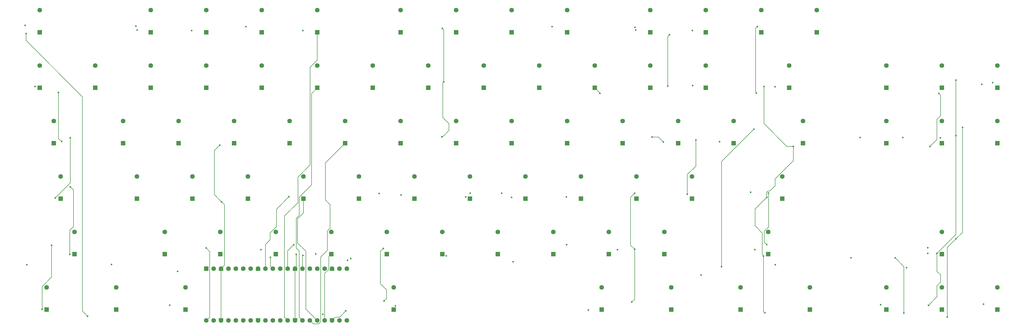
<source format=gbr>
%TF.GenerationSoftware,KiCad,Pcbnew,9.0.3*%
%TF.CreationDate,2025-08-10T19:31:49+02:00*%
%TF.ProjectId,Lucenox,4c756365-6e6f-4782-9e6b-696361645f70,rev?*%
%TF.SameCoordinates,Original*%
%TF.FileFunction,Copper,L2,Inr*%
%TF.FilePolarity,Positive*%
%FSLAX46Y46*%
G04 Gerber Fmt 4.6, Leading zero omitted, Abs format (unit mm)*
G04 Created by KiCad (PCBNEW 9.0.3) date 2025-08-10 19:31:49*
%MOMM*%
%LPD*%
G01*
G04 APERTURE LIST*
G04 Aperture macros list*
%AMRoundRect*
0 Rectangle with rounded corners*
0 $1 Rounding radius*
0 $2 $3 $4 $5 $6 $7 $8 $9 X,Y pos of 4 corners*
0 Add a 4 corners polygon primitive as box body*
4,1,4,$2,$3,$4,$5,$6,$7,$8,$9,$2,$3,0*
0 Add four circle primitives for the rounded corners*
1,1,$1+$1,$2,$3*
1,1,$1+$1,$4,$5*
1,1,$1+$1,$6,$7*
1,1,$1+$1,$8,$9*
0 Add four rect primitives between the rounded corners*
20,1,$1+$1,$2,$3,$4,$5,0*
20,1,$1+$1,$4,$5,$6,$7,0*
20,1,$1+$1,$6,$7,$8,$9,0*
20,1,$1+$1,$8,$9,$2,$3,0*%
%AMFreePoly0*
4,1,37,0.603843,0.796157,0.639018,0.796157,0.711114,0.766294,0.766294,0.711114,0.796157,0.639018,0.796157,0.603843,0.800000,0.600000,0.800000,-0.600000,0.796157,-0.603843,0.796157,-0.639018,0.766294,-0.711114,0.711114,-0.766294,0.639018,-0.796157,0.603843,-0.796157,0.600000,-0.800000,0.000000,-0.800000,0.000000,-0.796148,-0.078414,-0.796148,-0.232228,-0.765552,-0.377117,-0.705537,
-0.507515,-0.618408,-0.618408,-0.507515,-0.705537,-0.377117,-0.765552,-0.232228,-0.796148,-0.078414,-0.796148,0.078414,-0.765552,0.232228,-0.705537,0.377117,-0.618408,0.507515,-0.507515,0.618408,-0.377117,0.705537,-0.232228,0.765552,-0.078414,0.796148,0.000000,0.796148,0.000000,0.800000,0.600000,0.800000,0.603843,0.796157,0.603843,0.796157,$1*%
%AMFreePoly1*
4,1,37,0.000000,0.796148,0.078414,0.796148,0.232228,0.765552,0.377117,0.705537,0.507515,0.618408,0.618408,0.507515,0.705537,0.377117,0.765552,0.232228,0.796148,0.078414,0.796148,-0.078414,0.765552,-0.232228,0.705537,-0.377117,0.618408,-0.507515,0.507515,-0.618408,0.377117,-0.705537,0.232228,-0.765552,0.078414,-0.796148,0.000000,-0.796148,0.000000,-0.800000,-0.600000,-0.800000,
-0.603843,-0.796157,-0.639018,-0.796157,-0.711114,-0.766294,-0.766294,-0.711114,-0.796157,-0.639018,-0.796157,-0.603843,-0.800000,-0.600000,-0.800000,0.600000,-0.796157,0.603843,-0.796157,0.639018,-0.766294,0.711114,-0.711114,0.766294,-0.639018,0.796157,-0.603843,0.796157,-0.600000,0.800000,0.000000,0.800000,0.000000,0.796148,0.000000,0.796148,$1*%
G04 Aperture macros list end*
%TA.AperFunction,ComponentPad*%
%ADD10RoundRect,0.250000X0.550000X-0.550000X0.550000X0.550000X-0.550000X0.550000X-0.550000X-0.550000X0*%
%TD*%
%TA.AperFunction,ComponentPad*%
%ADD11C,1.600000*%
%TD*%
%TA.AperFunction,ComponentPad*%
%ADD12RoundRect,0.200000X-0.600000X0.600000X-0.600000X-0.600000X0.600000X-0.600000X0.600000X0.600000X0*%
%TD*%
%TA.AperFunction,ComponentPad*%
%ADD13FreePoly0,270.000000*%
%TD*%
%TA.AperFunction,ComponentPad*%
%ADD14FreePoly1,270.000000*%
%TD*%
%TA.AperFunction,ViaPad*%
%ADD15C,0.600000*%
%TD*%
%TA.AperFunction,Conductor*%
%ADD16C,0.200000*%
%TD*%
G04 APERTURE END LIST*
D10*
%TO.N,ROW0*%
%TO.C,D78*%
X254148800Y-148650000D03*
D11*
%TO.N,Net-(D78-A)*%
X254148800Y-141030000D03*
%TD*%
D10*
%TO.N,ROW3*%
%TO.C,D36*%
X166042500Y-91500000D03*
D11*
%TO.N,Net-(D36-A)*%
X166042500Y-83880000D03*
%TD*%
D10*
%TO.N,ROW4*%
%TO.C,D22*%
X213667500Y-72450000D03*
D11*
%TO.N,Net-(D22-A)*%
X213667500Y-64830000D03*
%TD*%
D10*
%TO.N,ROW3*%
%TO.C,D40*%
X242242500Y-91500000D03*
D11*
%TO.N,Net-(D40-A)*%
X242242500Y-83880000D03*
%TD*%
D10*
%TO.N,ROW2*%
%TO.C,D52*%
X151755000Y-110550000D03*
D11*
%TO.N,Net-(D52-A)*%
X151755000Y-102930000D03*
%TD*%
D10*
%TO.N,ROW4*%
%TO.C,D26*%
X289867500Y-72450000D03*
D11*
%TO.N,Net-(D26-A)*%
X289867500Y-64830000D03*
%TD*%
D10*
%TO.N,ROW2*%
%TO.C,D49*%
X94605000Y-110550000D03*
D11*
%TO.N,Net-(D49-A)*%
X94605000Y-102930000D03*
%TD*%
D10*
%TO.N,ROW4*%
%TO.C,D19*%
X156517500Y-72450000D03*
D11*
%TO.N,Net-(D19-A)*%
X156517500Y-64830000D03*
%TD*%
D10*
%TO.N,ROW0*%
%TO.C,D83*%
X370830000Y-148650000D03*
D11*
%TO.N,Net-(D83-A)*%
X370830000Y-141030000D03*
%TD*%
D10*
%TO.N,ROW5*%
%TO.C,D5*%
X156517500Y-53400000D03*
D11*
%TO.N,Net-(D5-A)*%
X156517500Y-45780000D03*
%TD*%
D10*
%TO.N,ROW1*%
%TO.C,D72*%
X311298800Y-129600000D03*
D11*
%TO.N,Net-(D72-A)*%
X311298800Y-121980000D03*
%TD*%
D10*
%TO.N,ROW3*%
%TO.C,D44*%
X323205000Y-91500000D03*
D11*
%TO.N,Net-(D44-A)*%
X323205000Y-83880000D03*
%TD*%
D10*
%TO.N,ROW3*%
%TO.C,D39*%
X223192500Y-91500000D03*
D11*
%TO.N,Net-(D39-A)*%
X223192500Y-83880000D03*
%TD*%
D10*
%TO.N,ROW5*%
%TO.C,D6*%
X185092500Y-53400000D03*
D11*
%TO.N,Net-(D6-A)*%
X185092500Y-45780000D03*
%TD*%
D10*
%TO.N,ROW0*%
%TO.C,D76*%
X111273800Y-148650000D03*
D11*
%TO.N,Net-(D76-A)*%
X111273800Y-141030000D03*
%TD*%
D10*
%TO.N,ROW0*%
%TO.C,D82*%
X351780000Y-148650000D03*
D11*
%TO.N,Net-(D82-A)*%
X351780000Y-141030000D03*
%TD*%
D10*
%TO.N,ROW3*%
%TO.C,D38*%
X204142500Y-91500000D03*
D11*
%TO.N,Net-(D38-A)*%
X204142500Y-83880000D03*
%TD*%
D10*
%TO.N,ROW0*%
%TO.C,D74*%
X63648800Y-148650000D03*
D11*
%TO.N,Net-(D74-A)*%
X63648800Y-141030000D03*
%TD*%
D10*
%TO.N,ROW5*%
%TO.C,D4*%
X137467500Y-53400000D03*
D11*
%TO.N,Net-(D4-A)*%
X137467500Y-45780000D03*
%TD*%
D10*
%TO.N,ROW1*%
%TO.C,D68*%
X218430000Y-129600000D03*
D11*
%TO.N,Net-(D68-A)*%
X218430000Y-121980000D03*
%TD*%
D10*
%TO.N,ROW5*%
%TO.C,D12*%
X308917500Y-53400000D03*
D11*
%TO.N,Net-(D12-A)*%
X308917500Y-45780000D03*
%TD*%
D10*
%TO.N,ROW2*%
%TO.C,D48*%
X68411300Y-110550000D03*
D11*
%TO.N,Net-(D48-A)*%
X68411300Y-102930000D03*
%TD*%
D10*
%TO.N,ROW0*%
%TO.C,D80*%
X301773800Y-148650000D03*
D11*
%TO.N,Net-(D80-A)*%
X301773800Y-141030000D03*
%TD*%
D10*
%TO.N,ROW4*%
%TO.C,D28*%
X351780000Y-72450000D03*
D11*
%TO.N,Net-(D28-A)*%
X351780000Y-64830000D03*
%TD*%
D12*
%TO.N,COL0*%
%TO.C,A1*%
X118432500Y-134610000D03*
D11*
%TO.N,COL1*%
X120972500Y-134610000D03*
D13*
%TO.N,GND*%
X123512500Y-134610000D03*
D11*
%TO.N,COL2*%
X126052500Y-134610000D03*
%TO.N,COL3*%
X128592500Y-134610000D03*
%TO.N,COL4*%
X131132500Y-134610000D03*
%TO.N,COL5*%
X133672500Y-134610000D03*
D13*
%TO.N,GND*%
X136212500Y-134610000D03*
D11*
%TO.N,COL6*%
X138752500Y-134610000D03*
%TO.N,COL7*%
X141292500Y-134610000D03*
%TO.N,COL8*%
X143832500Y-134610000D03*
%TO.N,COL9*%
X146372500Y-134610000D03*
D13*
%TO.N,GND*%
X148912500Y-134610000D03*
D11*
%TO.N,COL10*%
X151452500Y-134610000D03*
%TO.N,COL11*%
X153992500Y-134610000D03*
%TO.N,COL12*%
X156532500Y-134610000D03*
%TO.N,COL13*%
X159072500Y-134610000D03*
D13*
%TO.N,GND*%
X161612500Y-134610000D03*
D11*
%TO.N,COL14*%
X164152500Y-134610000D03*
%TO.N,COL15*%
X166692500Y-134610000D03*
%TO.N,COL16*%
X166692500Y-152390000D03*
%TO.N,ROW0*%
X164152500Y-152390000D03*
D14*
%TO.N,GND*%
X161612500Y-152390000D03*
D11*
%TO.N,ROW1*%
X159072500Y-152390000D03*
%TO.N,ROW2*%
X156532500Y-152390000D03*
%TO.N,ROW3*%
X153992500Y-152390000D03*
%TO.N,ROW4*%
X151452500Y-152390000D03*
D14*
%TO.N,GND*%
X148912500Y-152390000D03*
D11*
%TO.N,ROW5*%
X146372500Y-152390000D03*
%TO.N,unconnected-(A1-RUN-Pad30)*%
X143832500Y-152390000D03*
%TO.N,RGB*%
X141292500Y-152390000D03*
%TO.N,unconnected-(A1-GPIO27_ADC1-Pad32)*%
X138752500Y-152390000D03*
D14*
%TO.N,unconnected-(A1-AGND-Pad33)*%
X136212500Y-152390000D03*
D11*
%TO.N,unconnected-(A1-GPIO28_ADC2-Pad34)*%
X133672500Y-152390000D03*
%TO.N,unconnected-(A1-ADC_VREF-Pad35)*%
X131132500Y-152390000D03*
%TO.N,unconnected-(A1-3V3-Pad36)*%
X128592500Y-152390000D03*
%TO.N,unconnected-(A1-3V3_EN-Pad37)*%
X126052500Y-152390000D03*
D14*
%TO.N,GND*%
X123512500Y-152390000D03*
D11*
%TO.N,unconnected-(A1-VSYS-Pad39)*%
X120972500Y-152390000D03*
%TO.N,5V*%
X118432500Y-152390000D03*
%TD*%
D10*
%TO.N,ROW2*%
%TO.C,D59*%
X285105000Y-110550000D03*
D11*
%TO.N,Net-(D59-A)*%
X285105000Y-102930000D03*
%TD*%
D10*
%TO.N,ROW0*%
%TO.C,D81*%
X325586300Y-148650000D03*
D11*
%TO.N,Net-(D81-A)*%
X325586300Y-141030000D03*
%TD*%
D10*
%TO.N,ROW3*%
%TO.C,D45*%
X351780000Y-91500000D03*
D11*
%TO.N,Net-(D45-A)*%
X351780000Y-83880000D03*
%TD*%
D10*
%TO.N,ROW1*%
%TO.C,D66*%
X180330000Y-129600000D03*
D11*
%TO.N,Net-(D66-A)*%
X180330000Y-121980000D03*
%TD*%
D10*
%TO.N,ROW2*%
%TO.C,D58*%
X266055000Y-110550000D03*
D11*
%TO.N,Net-(D58-A)*%
X266055000Y-102930000D03*
%TD*%
D10*
%TO.N,ROW5*%
%TO.C,D2*%
X99367500Y-53400000D03*
D11*
%TO.N,Net-(D2-A)*%
X99367500Y-45780000D03*
%TD*%
D10*
%TO.N,ROW1*%
%TO.C,D62*%
X104130000Y-129600000D03*
D11*
%TO.N,Net-(D62-A)*%
X104130000Y-121980000D03*
%TD*%
D10*
%TO.N,ROW0*%
%TO.C,D84*%
X389880000Y-148650000D03*
D11*
%TO.N,Net-(D84-A)*%
X389880000Y-141030000D03*
%TD*%
D10*
%TO.N,ROW4*%
%TO.C,D23*%
X232717500Y-72450000D03*
D11*
%TO.N,Net-(D23-A)*%
X232717500Y-64830000D03*
%TD*%
D10*
%TO.N,ROW5*%
%TO.C,D10*%
X270817500Y-53400000D03*
D11*
%TO.N,Net-(D10-A)*%
X270817500Y-45780000D03*
%TD*%
D10*
%TO.N,ROW4*%
%TO.C,D24*%
X251767500Y-72450000D03*
D11*
%TO.N,Net-(D24-A)*%
X251767500Y-64830000D03*
%TD*%
D10*
%TO.N,ROW3*%
%TO.C,D35*%
X146992500Y-91500000D03*
D11*
%TO.N,Net-(D35-A)*%
X146992500Y-83880000D03*
%TD*%
D10*
%TO.N,ROW2*%
%TO.C,D56*%
X227955000Y-110550000D03*
D11*
%TO.N,Net-(D56-A)*%
X227955000Y-102930000D03*
%TD*%
D10*
%TO.N,ROW3*%
%TO.C,D31*%
X66030000Y-91500000D03*
D11*
%TO.N,Net-(D31-A)*%
X66030000Y-83880000D03*
%TD*%
D10*
%TO.N,ROW4*%
%TO.C,D18*%
X137467500Y-72450000D03*
D11*
%TO.N,Net-(D18-A)*%
X137467500Y-64830000D03*
%TD*%
D10*
%TO.N,ROW5*%
%TO.C,D8*%
X223192500Y-53400000D03*
D11*
%TO.N,Net-(D8-A)*%
X223192500Y-45780000D03*
%TD*%
D10*
%TO.N,ROW1*%
%TO.C,D65*%
X161280000Y-129600000D03*
D11*
%TO.N,Net-(D65-A)*%
X161280000Y-121980000D03*
%TD*%
D10*
%TO.N,ROW1*%
%TO.C,D64*%
X142230000Y-129600000D03*
D11*
%TO.N,Net-(D64-A)*%
X142230000Y-121980000D03*
%TD*%
D10*
%TO.N,ROW5*%
%TO.C,D1*%
X61267500Y-53400000D03*
D11*
%TO.N,Net-(D1-A)*%
X61267500Y-45780000D03*
%TD*%
D10*
%TO.N,ROW1*%
%TO.C,D73*%
X370830000Y-129600000D03*
D11*
%TO.N,Net-(D73-A)*%
X370830000Y-121980000D03*
%TD*%
D10*
%TO.N,ROW3*%
%TO.C,D46*%
X370830000Y-91500000D03*
D11*
%TO.N,Net-(D46-A)*%
X370830000Y-83880000D03*
%TD*%
D10*
%TO.N,ROW4*%
%TO.C,D30*%
X389880000Y-72450000D03*
D11*
%TO.N,Net-(D30-A)*%
X389880000Y-64830000D03*
%TD*%
D10*
%TO.N,ROW1*%
%TO.C,D67*%
X199380000Y-129600000D03*
D11*
%TO.N,Net-(D67-A)*%
X199380000Y-121980000D03*
%TD*%
D10*
%TO.N,ROW4*%
%TO.C,D20*%
X175567500Y-72450000D03*
D11*
%TO.N,Net-(D20-A)*%
X175567500Y-64830000D03*
%TD*%
D10*
%TO.N,ROW0*%
%TO.C,D77*%
X182711300Y-148650000D03*
D11*
%TO.N,Net-(D77-A)*%
X182711300Y-141030000D03*
%TD*%
D10*
%TO.N,ROW1*%
%TO.C,D63*%
X123180000Y-129600000D03*
D11*
%TO.N,Net-(D63-A)*%
X123180000Y-121980000D03*
%TD*%
D10*
%TO.N,ROW4*%
%TO.C,D16*%
X99367500Y-72450000D03*
D11*
%TO.N,Net-(D16-A)*%
X99367500Y-64830000D03*
%TD*%
D10*
%TO.N,ROW1*%
%TO.C,D69*%
X237480000Y-129600000D03*
D11*
%TO.N,Net-(D69-A)*%
X237480000Y-121980000D03*
%TD*%
D10*
%TO.N,ROW4*%
%TO.C,D21*%
X194617500Y-72450000D03*
D11*
%TO.N,Net-(D21-A)*%
X194617500Y-64830000D03*
%TD*%
D10*
%TO.N,ROW5*%
%TO.C,D3*%
X118417500Y-53400000D03*
D11*
%TO.N,Net-(D3-A)*%
X118417500Y-45780000D03*
%TD*%
D10*
%TO.N,ROW2*%
%TO.C,D60*%
X316061300Y-110550000D03*
D11*
%TO.N,Net-(D60-A)*%
X316061300Y-102930000D03*
%TD*%
D10*
%TO.N,ROW1*%
%TO.C,D70*%
X256530000Y-129600000D03*
D11*
%TO.N,Net-(D70-A)*%
X256530000Y-121980000D03*
%TD*%
D10*
%TO.N,ROW0*%
%TO.C,D79*%
X277961300Y-148650000D03*
D11*
%TO.N,Net-(D79-A)*%
X277961300Y-141030000D03*
%TD*%
D10*
%TO.N,ROW1*%
%TO.C,D61*%
X73173800Y-129600000D03*
D11*
%TO.N,Net-(D61-A)*%
X73173800Y-121980000D03*
%TD*%
D10*
%TO.N,ROW4*%
%TO.C,D27*%
X318442500Y-72450000D03*
D11*
%TO.N,Net-(D27-A)*%
X318442500Y-64830000D03*
%TD*%
D10*
%TO.N,ROW2*%
%TO.C,D55*%
X208905000Y-110550000D03*
D11*
%TO.N,Net-(D55-A)*%
X208905000Y-102930000D03*
%TD*%
D10*
%TO.N,ROW4*%
%TO.C,D15*%
X80317500Y-72450000D03*
D11*
%TO.N,Net-(D15-A)*%
X80317500Y-64830000D03*
%TD*%
D10*
%TO.N,ROW0*%
%TO.C,D75*%
X87461300Y-148650000D03*
D11*
%TO.N,Net-(D75-A)*%
X87461300Y-141030000D03*
%TD*%
D10*
%TO.N,ROW5*%
%TO.C,D11*%
X289867500Y-53400000D03*
D11*
%TO.N,Net-(D11-A)*%
X289867500Y-45780000D03*
%TD*%
D10*
%TO.N,ROW1*%
%TO.C,D71*%
X275580000Y-129600000D03*
D11*
%TO.N,Net-(D71-A)*%
X275580000Y-121980000D03*
%TD*%
D10*
%TO.N,ROW3*%
%TO.C,D34*%
X127942500Y-91500000D03*
D11*
%TO.N,Net-(D34-A)*%
X127942500Y-83880000D03*
%TD*%
D10*
%TO.N,ROW3*%
%TO.C,D47*%
X389880000Y-91500000D03*
D11*
%TO.N,Net-(D47-A)*%
X389880000Y-83880000D03*
%TD*%
D10*
%TO.N,ROW3*%
%TO.C,D41*%
X261292500Y-91500000D03*
D11*
%TO.N,Net-(D41-A)*%
X261292500Y-83880000D03*
%TD*%
D10*
%TO.N,ROW4*%
%TO.C,D17*%
X118417500Y-72450000D03*
D11*
%TO.N,Net-(D17-A)*%
X118417500Y-64830000D03*
%TD*%
D10*
%TO.N,ROW3*%
%TO.C,D37*%
X185092500Y-91500000D03*
D11*
%TO.N,Net-(D37-A)*%
X185092500Y-83880000D03*
%TD*%
D10*
%TO.N,ROW3*%
%TO.C,D43*%
X299392500Y-91500000D03*
D11*
%TO.N,Net-(D43-A)*%
X299392500Y-83880000D03*
%TD*%
D10*
%TO.N,ROW5*%
%TO.C,D13*%
X327967500Y-53400000D03*
D11*
%TO.N,Net-(D13-A)*%
X327967500Y-45780000D03*
%TD*%
D10*
%TO.N,ROW4*%
%TO.C,D29*%
X370830000Y-72450000D03*
D11*
%TO.N,Net-(D29-A)*%
X370830000Y-64830000D03*
%TD*%
D10*
%TO.N,ROW4*%
%TO.C,D14*%
X61267500Y-72450000D03*
D11*
%TO.N,Net-(D14-A)*%
X61267500Y-64830000D03*
%TD*%
D10*
%TO.N,ROW3*%
%TO.C,D42*%
X280342500Y-91500000D03*
D11*
%TO.N,Net-(D42-A)*%
X280342500Y-83880000D03*
%TD*%
D10*
%TO.N,ROW3*%
%TO.C,D32*%
X89842500Y-91500000D03*
D11*
%TO.N,Net-(D32-A)*%
X89842500Y-83880000D03*
%TD*%
D10*
%TO.N,ROW4*%
%TO.C,D25*%
X270817500Y-72450000D03*
D11*
%TO.N,Net-(D25-A)*%
X270817500Y-64830000D03*
%TD*%
D10*
%TO.N,ROW2*%
%TO.C,D53*%
X170805000Y-110550000D03*
D11*
%TO.N,Net-(D53-A)*%
X170805000Y-102930000D03*
%TD*%
D10*
%TO.N,ROW5*%
%TO.C,D7*%
X204142500Y-53400000D03*
D11*
%TO.N,Net-(D7-A)*%
X204142500Y-45780000D03*
%TD*%
D10*
%TO.N,ROW3*%
%TO.C,D33*%
X108892500Y-91500000D03*
D11*
%TO.N,Net-(D33-A)*%
X108892500Y-83880000D03*
%TD*%
D10*
%TO.N,ROW2*%
%TO.C,D50*%
X113655000Y-110550000D03*
D11*
%TO.N,Net-(D50-A)*%
X113655000Y-102930000D03*
%TD*%
D10*
%TO.N,ROW5*%
%TO.C,D9*%
X242242500Y-53400000D03*
D11*
%TO.N,Net-(D9-A)*%
X242242500Y-45780000D03*
%TD*%
D10*
%TO.N,ROW2*%
%TO.C,D51*%
X132705000Y-110550000D03*
D11*
%TO.N,Net-(D51-A)*%
X132705000Y-102930000D03*
%TD*%
D10*
%TO.N,ROW2*%
%TO.C,D57*%
X247005000Y-110550000D03*
D11*
%TO.N,Net-(D57-A)*%
X247005000Y-102930000D03*
%TD*%
D10*
%TO.N,ROW2*%
%TO.C,D54*%
X189855000Y-110550000D03*
D11*
%TO.N,Net-(D54-A)*%
X189855000Y-102930000D03*
%TD*%
D15*
%TO.N,COL10*%
X259498600Y-128088300D03*
X151598900Y-129995500D03*
%TO.N,GND*%
X366793000Y-92609800D03*
X319875900Y-92547500D03*
X123053500Y-92134300D03*
X309783900Y-72028700D03*
X357851800Y-149808200D03*
X369821800Y-74408000D03*
X149297900Y-129688500D03*
X309673300Y-130232400D03*
X277381000Y-54203700D03*
X276786700Y-71875900D03*
X123683900Y-111594400D03*
X310814100Y-110107300D03*
X166354100Y-149095000D03*
X310165400Y-149762800D03*
X354871400Y-130888800D03*
%TO.N,COL9*%
X242063800Y-126349100D03*
X148465900Y-126349100D03*
%TO.N,5V*%
X179199000Y-127622800D03*
X385167000Y-146746300D03*
X118356300Y-127463200D03*
X349865400Y-146943400D03*
X199890600Y-70429100D03*
X369204500Y-129311300D03*
X199418200Y-52038300D03*
X366270500Y-147160200D03*
X179461300Y-145664800D03*
X286478000Y-90351700D03*
X375734200Y-88898300D03*
X283534700Y-108969800D03*
X375734200Y-69848200D03*
X265459400Y-127925200D03*
X310714500Y-126320000D03*
X264461500Y-146048300D03*
X199246500Y-89250000D03*
X311367700Y-108549800D03*
X265459400Y-108685800D03*
X388288000Y-70692100D03*
%TO.N,COL3*%
X168031600Y-131132400D03*
%TO.N,COL1*%
X85846900Y-133110000D03*
%TO.N,COL14*%
X339695000Y-130888800D03*
%TO.N,RGB*%
X56551900Y-53847700D03*
X77694200Y-150917500D03*
%TO.N,COL13*%
X295263400Y-133898700D03*
X306357500Y-86689000D03*
%TO.N,COL15*%
X358745000Y-134246400D03*
%TO.N,COL11*%
X288246500Y-136740200D03*
%TO.N,COL0*%
X56831500Y-133187500D03*
%TO.N,COL5*%
X166874100Y-131700800D03*
%TO.N,COL8*%
X223733800Y-132184000D03*
%TO.N,COL7*%
X200780900Y-130174000D03*
X140391700Y-130695700D03*
%TO.N,COL12*%
X313726300Y-133187500D03*
%TO.N,COL16*%
X377949700Y-86047900D03*
X372753800Y-151147500D03*
X375734200Y-124322500D03*
%TO.N,COL6*%
X146755400Y-109891400D03*
X177770000Y-108727700D03*
%TO.N,ROW4*%
X253537800Y-74349700D03*
%TO.N,COL2*%
X108533500Y-135502500D03*
%TO.N,RGB_5*%
X71733400Y-106476900D03*
X305222100Y-108368000D03*
X71548300Y-129698400D03*
%TO.N,RGB_6*%
X306657400Y-128038800D03*
X366041400Y-129310500D03*
%TO.N,Net-(LED1-DOUT)*%
X94702000Y-52612500D03*
X56279400Y-51037500D03*
%TO.N,Net-(LED2-DOUT)*%
X113417900Y-52803900D03*
X94237800Y-51232300D03*
%TO.N,Net-(LED4-DOUT)*%
X132036500Y-51472100D03*
X151590800Y-52825800D03*
%TO.N,Net-(LED10-DIN)*%
X265817500Y-52652100D03*
X237102000Y-51414500D03*
%TO.N,Net-(LED10-DOUT)*%
X265575300Y-51704300D03*
X285284000Y-52825800D03*
%TO.N,Net-(LED13-DOUT)*%
X307234000Y-74304200D03*
X307571400Y-51411600D03*
X59642000Y-72006600D03*
%TO.N,Net-(LED26-DOUT)*%
X285314600Y-71675400D03*
X313608200Y-72054400D03*
%TO.N,Net-(LED30-DOUT)*%
X384615600Y-71207100D03*
X67697700Y-74048900D03*
X68753000Y-90925800D03*
%TO.N,Net-(LED42-DOUT)*%
X275249000Y-91044400D03*
X271361300Y-89389300D03*
X294557900Y-90973900D03*
%TO.N,Net-(LED45-DOUT)*%
X342844800Y-89538200D03*
X357503300Y-89569200D03*
%TO.N,Net-(LED47-DOUT)*%
X370356700Y-89625000D03*
X71733400Y-89625000D03*
X66612100Y-110263300D03*
%TO.N,Net-(LED54-DOUT)*%
X185250500Y-109300200D03*
X207462500Y-109975800D03*
%TO.N,Net-(LED55-DOUT)*%
X223201700Y-110144800D03*
X209016300Y-108663300D03*
%TO.N,Net-(LED56-DOUT)*%
X242006900Y-109954600D03*
X219834100Y-108685800D03*
%TO.N,Net-(LED64-DOUT)*%
X156002400Y-129478700D03*
X137170400Y-128046200D03*
%TO.N,Net-(LED73-DOUT)*%
X62074900Y-148520800D03*
X65303100Y-126550000D03*
X366041400Y-127398700D03*
%TO.N,Net-(LED76-DOUT)*%
X158467200Y-150247000D03*
X105845700Y-147091600D03*
%TO.N,Net-(LED77-DOUT)*%
X249583000Y-148768400D03*
X183319400Y-147346000D03*
%TD*%
D16*
%TO.N,COL10*%
X151598900Y-129995500D02*
X151452500Y-130141900D01*
X151452500Y-130141900D02*
X151452500Y-134610000D01*
%TO.N,GND*%
X309673300Y-130232400D02*
X309673300Y-149270700D01*
X309271600Y-129830700D02*
X309673300Y-130232400D01*
X309271600Y-122389700D02*
X309271600Y-129830700D01*
X370450200Y-75036400D02*
X370450200Y-82029800D01*
X311123200Y-107892000D02*
X311834300Y-107892000D01*
X123683900Y-111594400D02*
X121162200Y-109072700D01*
X161612500Y-152390000D02*
X162714200Y-151288300D01*
X370450200Y-82029800D02*
X369165600Y-83314400D01*
X310730100Y-110107300D02*
X306762100Y-114075300D01*
X121162200Y-109072700D02*
X121162200Y-94025600D01*
X310814100Y-110107300D02*
X310730100Y-110107300D01*
X354871400Y-130888800D02*
X357851800Y-133869200D01*
X310730100Y-108285100D02*
X311123200Y-107892000D01*
X123512500Y-152390000D02*
X123512500Y-134610000D01*
X357851800Y-133869200D02*
X357851800Y-149808200D01*
X309783900Y-84682200D02*
X309783900Y-72028700D01*
X317649200Y-92547500D02*
X309783900Y-84682200D01*
X164160800Y-151288300D02*
X166354100Y-149095000D01*
X310730100Y-110107300D02*
X310730100Y-108285100D01*
X369821800Y-74408000D02*
X370450200Y-75036400D01*
X306762100Y-119880200D02*
X309271600Y-122389700D01*
X313619100Y-106107200D02*
X313619100Y-103718300D01*
X276786700Y-71875900D02*
X276786700Y-54798000D01*
X311834300Y-107892000D02*
X313619100Y-106107200D01*
X148912500Y-134610000D02*
X148912500Y-152390000D01*
X276786700Y-54798000D02*
X277381000Y-54203700D01*
X123512500Y-134610000D02*
X124691300Y-133431200D01*
X121162200Y-94025600D02*
X123053500Y-92134300D01*
X369165600Y-90237200D02*
X366793000Y-92609800D01*
X309673300Y-149270700D02*
X310165400Y-149762800D01*
X124691300Y-112601800D02*
X123683900Y-111594400D01*
X319875900Y-92547500D02*
X317649200Y-92547500D01*
X313619100Y-103718300D02*
X319875900Y-97461500D01*
X319875900Y-97461500D02*
X319875900Y-92547500D01*
X148912500Y-134610000D02*
X149297900Y-134224600D01*
X306762100Y-114075300D02*
X306762100Y-119880200D01*
X162714200Y-151288300D02*
X164160800Y-151288300D01*
X149297900Y-134224600D02*
X149297900Y-129688500D01*
X124691300Y-133431200D02*
X124691300Y-112601800D01*
X369165600Y-83314400D02*
X369165600Y-90237200D01*
%TO.N,COL9*%
X148465900Y-126349100D02*
X146372500Y-128442500D01*
X146372500Y-128442500D02*
X146372500Y-134610000D01*
%TO.N,5V*%
X370450300Y-136730400D02*
X370450300Y-139179700D01*
X375734200Y-122781600D02*
X369204500Y-129311300D01*
X178171600Y-128650200D02*
X179199000Y-127622800D01*
X283534700Y-102270300D02*
X286478000Y-99327000D01*
X370450300Y-139179700D02*
X369165600Y-140464400D01*
X199589200Y-82691000D02*
X199589200Y-70730500D01*
X180306600Y-141875300D02*
X178171600Y-139740300D01*
X199246500Y-89250000D02*
X199549700Y-89250000D01*
X283534700Y-108969800D02*
X283534700Y-102270300D01*
X264034400Y-126500200D02*
X265459400Y-127925200D01*
X199549700Y-89250000D02*
X201694200Y-87105500D01*
X264034400Y-110110800D02*
X264034400Y-126500200D01*
X311415900Y-120234000D02*
X311415900Y-108598000D01*
X264461500Y-146048300D02*
X265459400Y-145050400D01*
X199418200Y-52038300D02*
X199890600Y-52510700D01*
X265459400Y-145050400D02*
X265459400Y-127925200D01*
X375734200Y-69848200D02*
X375734200Y-88898300D01*
X286478000Y-99327000D02*
X286478000Y-90351700D01*
X369165600Y-140464400D02*
X369165600Y-144265100D01*
X369204500Y-135484600D02*
X370450300Y-136730400D01*
X180306600Y-144819500D02*
X180306600Y-141875300D01*
X309933600Y-125539100D02*
X309933600Y-121716300D01*
X311415900Y-108598000D02*
X311367700Y-108549800D01*
X369165600Y-144265100D02*
X366270500Y-147160200D01*
X118432500Y-152390000D02*
X119604500Y-151218000D01*
X375734200Y-88898300D02*
X375734200Y-122781600D01*
X179461300Y-145664800D02*
X180306600Y-144819500D01*
X265459400Y-108685800D02*
X264034400Y-110110800D01*
X199589200Y-70730500D02*
X199890600Y-70429100D01*
X201694200Y-84796000D02*
X199589200Y-82691000D01*
X119604500Y-128711400D02*
X118356300Y-127463200D01*
X201694200Y-87105500D02*
X201694200Y-84796000D01*
X199890600Y-52510700D02*
X199890600Y-70429100D01*
X310714500Y-126320000D02*
X309933600Y-125539100D01*
X369204500Y-129311300D02*
X369204500Y-135484600D01*
X178171600Y-139740300D02*
X178171600Y-128650200D01*
X309933600Y-121716300D02*
X311415900Y-120234000D01*
X119604500Y-151218000D02*
X119604500Y-128711400D01*
%TO.N,ROW2*%
X151755000Y-115446500D02*
X151755000Y-110550000D01*
X149742800Y-125758800D02*
X149742800Y-117458700D01*
X156532500Y-152390000D02*
X152583800Y-148441300D01*
X149742800Y-117458700D02*
X151755000Y-115446500D01*
X152583800Y-148441300D02*
X152583800Y-128599800D01*
X152583800Y-128599800D02*
X149742800Y-125758800D01*
%TO.N,RGB*%
X56551900Y-56180400D02*
X56551900Y-53847700D01*
X75902800Y-149126100D02*
X75902800Y-75531300D01*
X75902800Y-75531300D02*
X56551900Y-56180400D01*
X77694200Y-150917500D02*
X75902800Y-149126100D01*
%TO.N,COL13*%
X295263400Y-97783100D02*
X306357500Y-86689000D01*
X295263400Y-133898700D02*
X295263400Y-97783100D01*
%TO.N,ROW3*%
X159933300Y-121641500D02*
X160918600Y-120656200D01*
X159283800Y-110982100D02*
X159283800Y-98258700D01*
X157661000Y-152878300D02*
X157661000Y-130569700D01*
X155122900Y-153520400D02*
X157018900Y-153520400D01*
X157018900Y-153520400D02*
X157661000Y-152878300D01*
X159933300Y-128297400D02*
X159933300Y-121641500D01*
X160918600Y-112616900D02*
X159283800Y-110982100D01*
X157661000Y-130569700D02*
X159933300Y-128297400D01*
X160918600Y-120656200D02*
X160918600Y-112616900D01*
X159283800Y-98258700D02*
X166042500Y-91500000D01*
X153992500Y-152390000D02*
X155122900Y-153520400D01*
%TO.N,COL7*%
X140391700Y-130695700D02*
X140391700Y-133709200D01*
X140391700Y-133709200D02*
X141292500Y-134610000D01*
%TO.N,COL16*%
X375734200Y-124322500D02*
X377949700Y-122107000D01*
X372753800Y-127302900D02*
X375734200Y-124322500D01*
X377949700Y-122107000D02*
X377949700Y-86047900D01*
X372753800Y-151147500D02*
X372753800Y-127302900D01*
%TO.N,COL6*%
X138752500Y-126239600D02*
X140323800Y-124668300D01*
X142491800Y-114155000D02*
X146755400Y-109891400D01*
X140323800Y-122299000D02*
X142491800Y-120131000D01*
X140323800Y-124668300D02*
X140323800Y-122299000D01*
X138752500Y-134610000D02*
X138752500Y-126239600D01*
X142491800Y-120131000D02*
X142491800Y-114155000D01*
%TO.N,ROW4*%
X251767500Y-72450000D02*
X253537800Y-74220300D01*
X154535800Y-105827900D02*
X154535800Y-74431700D01*
X150312700Y-110051000D02*
X154535800Y-105827900D01*
X150312700Y-116320800D02*
X150312700Y-110051000D01*
X149298100Y-117335400D02*
X150312700Y-116320800D01*
X154535800Y-74431700D02*
X156517500Y-72450000D01*
X253537800Y-74220300D02*
X253537800Y-74349700D01*
X150341400Y-151278900D02*
X150341400Y-128563800D01*
X150341400Y-128563800D02*
X149298100Y-127520500D01*
X151452500Y-152390000D02*
X150341400Y-151278900D01*
X149298100Y-127520500D02*
X149298100Y-117335400D01*
%TO.N,ROW1*%
X159072500Y-136218700D02*
X159072500Y-152390000D01*
X161280000Y-129600000D02*
X160484100Y-130395900D01*
X160484100Y-130395900D02*
X160484100Y-134807100D01*
X160484100Y-134807100D02*
X159072500Y-136218700D01*
%TO.N,ROW5*%
X156517500Y-62930100D02*
X154075300Y-65372300D01*
X156517500Y-53400000D02*
X156517500Y-62930100D01*
X154075300Y-98962000D02*
X149854400Y-103182900D01*
X149854400Y-111884700D02*
X145261300Y-116477800D01*
X145261300Y-151278800D02*
X146372500Y-152390000D01*
X154075300Y-65372300D02*
X154075300Y-98962000D01*
X149854400Y-103182900D02*
X149854400Y-111884700D01*
X145261300Y-116477800D02*
X145261300Y-151278800D01*
%TO.N,RGB_5*%
X72852000Y-120071800D02*
X72852000Y-107595500D01*
X71548300Y-129698400D02*
X71548300Y-121375500D01*
X71548300Y-121375500D02*
X72852000Y-120071800D01*
X72852000Y-107595500D02*
X71733400Y-106476900D01*
%TO.N,Net-(LED13-DOUT)*%
X306916800Y-52066200D02*
X306916800Y-73819300D01*
X307185000Y-74255200D02*
X307234000Y-74304200D01*
X307185000Y-74087500D02*
X307185000Y-74255200D01*
X306916800Y-73819300D02*
X307185000Y-74087500D01*
X307571400Y-51411600D02*
X306916800Y-52066200D01*
%TO.N,Net-(LED30-DOUT)*%
X68753000Y-90925800D02*
X67697700Y-89870500D01*
X67697700Y-89870500D02*
X67697700Y-74048900D01*
%TO.N,Net-(LED42-DOUT)*%
X273593900Y-89389300D02*
X271361300Y-89389300D01*
X275249000Y-91044400D02*
X273593900Y-89389300D01*
%TO.N,Net-(LED47-DOUT)*%
X71733400Y-89625000D02*
X71733400Y-105142000D01*
X71733400Y-105142000D02*
X66612100Y-110263300D01*
%TO.N,Net-(LED73-DOUT)*%
X65303100Y-137490500D02*
X65303100Y-126550000D01*
X62074900Y-140718700D02*
X65303100Y-137490500D01*
X62074900Y-148520800D02*
X62074900Y-140718700D01*
%TD*%
M02*

</source>
